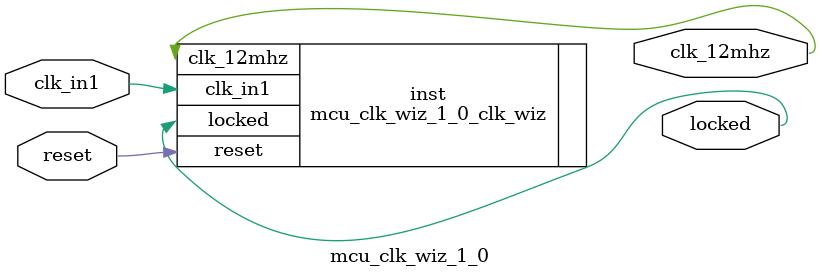
<source format=v>


`timescale 1ps/1ps

(* CORE_GENERATION_INFO = "mcu_clk_wiz_1_0,clk_wiz_v6_0_2_0_0,{component_name=mcu_clk_wiz_1_0,use_phase_alignment=true,use_min_o_jitter=false,use_max_i_jitter=false,use_dyn_phase_shift=false,use_inclk_switchover=false,use_dyn_reconfig=false,enable_axi=0,feedback_source=FDBK_AUTO,PRIMITIVE=PLL,num_out_clk=1,clkin1_period=10.000,clkin2_period=10.000,use_power_down=false,use_reset=true,use_locked=true,use_inclk_stopped=false,feedback_type=SINGLE,CLOCK_MGR_TYPE=NA,manual_override=false}" *)

module mcu_clk_wiz_1_0 
 (
  // Clock out ports
  output        clk_12mhz,
  // Status and control signals
  input         reset,
  output        locked,
 // Clock in ports
  input         clk_in1
 );

  mcu_clk_wiz_1_0_clk_wiz inst
  (
  // Clock out ports  
  .clk_12mhz(clk_12mhz),
  // Status and control signals               
  .reset(reset), 
  .locked(locked),
 // Clock in ports
  .clk_in1(clk_in1)
  );

endmodule

</source>
